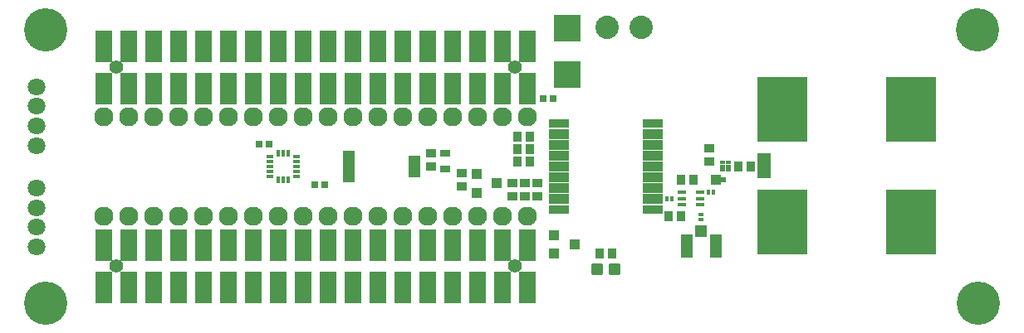
<source format=gts>
G75*
%MOIN*%
%OFA0B0*%
%FSLAX25Y25*%
%IPPOS*%
%LPD*%
%AMOC8*
5,1,8,0,0,1.08239X$1,22.5*
%
%ADD10R,0.02769X0.01784*%
%ADD11R,0.01784X0.02769*%
%ADD12R,0.02769X0.02769*%
%ADD13R,0.04300X0.03900*%
%ADD14C,0.09400*%
%ADD15R,0.10800X0.10800*%
%ADD16C,0.07700*%
%ADD17R,0.06800X0.12800*%
%ADD18C,0.05524*%
%ADD19C,0.01421*%
%ADD20R,0.03556X0.04343*%
%ADD21R,0.04343X0.03556*%
%ADD22R,0.07887X0.03556*%
%ADD23R,0.07887X0.03950*%
%ADD24R,0.04737X0.04934*%
%ADD25R,0.04934X0.09461*%
%ADD26R,0.03950X0.03162*%
%ADD27R,0.05524X0.09855*%
%ADD28R,0.20485X0.26391*%
%ADD29C,0.07099*%
%ADD30R,0.04737X0.08674*%
%ADD31R,0.05131X0.12611*%
%ADD32R,0.04343X0.03950*%
%ADD33R,0.03543X0.01772*%
%ADD34R,0.02178X0.02473*%
%ADD35R,0.02126X0.01339*%
%ADD36R,0.01784X0.02178*%
%ADD37R,0.02178X0.01784*%
%ADD38C,0.17398*%
D10*
X0135595Y0125191D03*
X0135595Y0127159D03*
X0135595Y0129128D03*
X0135595Y0131096D03*
X0135595Y0133065D03*
X0146225Y0133065D03*
X0146225Y0131096D03*
X0146225Y0129128D03*
X0146225Y0127159D03*
X0146225Y0125191D03*
D11*
X0142879Y0123813D03*
X0140910Y0123813D03*
X0138942Y0123813D03*
X0138942Y0134443D03*
X0140910Y0134443D03*
X0142879Y0134443D03*
D12*
X0135253Y0137990D03*
X0131253Y0137990D03*
X0153430Y0121962D03*
X0157430Y0121962D03*
X0245245Y0156592D03*
X0249245Y0156592D03*
D13*
X0218422Y0126189D03*
X0226422Y0122389D03*
X0218422Y0118589D03*
D14*
X0270863Y0185293D03*
X0284642Y0185293D03*
D15*
X0254839Y0184673D03*
X0254839Y0166173D03*
D16*
X0238934Y0149128D03*
X0228934Y0149128D03*
X0218934Y0149128D03*
X0208934Y0149128D03*
X0198934Y0149128D03*
X0188934Y0149128D03*
X0178934Y0149128D03*
X0168934Y0149128D03*
X0158934Y0149128D03*
X0148934Y0149128D03*
X0138934Y0149128D03*
X0128934Y0149128D03*
X0118934Y0149128D03*
X0108934Y0149128D03*
X0098934Y0149128D03*
X0088934Y0149128D03*
X0078934Y0149128D03*
X0068934Y0149128D03*
X0068934Y0109128D03*
X0078934Y0109128D03*
X0088934Y0109128D03*
X0098934Y0109128D03*
X0108934Y0109128D03*
X0118934Y0109128D03*
X0128934Y0109128D03*
X0138934Y0109128D03*
X0148934Y0109128D03*
X0158934Y0109128D03*
X0168934Y0109128D03*
X0178934Y0109128D03*
X0188934Y0109128D03*
X0198934Y0109128D03*
X0208934Y0109128D03*
X0218934Y0109128D03*
X0228934Y0109128D03*
X0238934Y0109128D03*
D17*
X0238934Y0097628D03*
X0228934Y0097628D03*
X0218934Y0097628D03*
X0208934Y0097628D03*
X0198934Y0097628D03*
X0188934Y0097628D03*
X0178934Y0097628D03*
X0168934Y0097628D03*
X0158934Y0097628D03*
X0148934Y0097628D03*
X0138934Y0097628D03*
X0128934Y0097628D03*
X0118934Y0097628D03*
X0108934Y0097628D03*
X0098934Y0097628D03*
X0088934Y0097628D03*
X0078934Y0097628D03*
X0068934Y0097628D03*
X0068934Y0080628D03*
X0078934Y0080628D03*
X0088934Y0080628D03*
X0098934Y0080628D03*
X0108934Y0080628D03*
X0118934Y0080628D03*
X0128934Y0080628D03*
X0138934Y0080628D03*
X0148934Y0080628D03*
X0158934Y0080628D03*
X0168934Y0080628D03*
X0178934Y0080628D03*
X0188934Y0080628D03*
X0198934Y0080628D03*
X0208934Y0080628D03*
X0218934Y0080628D03*
X0228934Y0080628D03*
X0238934Y0080628D03*
X0238934Y0160628D03*
X0228934Y0160628D03*
X0218934Y0160628D03*
X0208934Y0160628D03*
X0198934Y0160628D03*
X0188934Y0160628D03*
X0178934Y0160628D03*
X0168934Y0160628D03*
X0158934Y0160628D03*
X0148934Y0160628D03*
X0138934Y0160628D03*
X0128934Y0160628D03*
X0118934Y0160628D03*
X0108934Y0160628D03*
X0098934Y0160628D03*
X0088934Y0160628D03*
X0078934Y0160628D03*
X0068934Y0160628D03*
X0068934Y0177628D03*
X0078934Y0177628D03*
X0088934Y0177628D03*
X0098934Y0177628D03*
X0108934Y0177628D03*
X0118934Y0177628D03*
X0128934Y0177628D03*
X0138934Y0177628D03*
X0148934Y0177628D03*
X0158934Y0177628D03*
X0168934Y0177628D03*
X0178934Y0177628D03*
X0188934Y0177628D03*
X0198934Y0177628D03*
X0208934Y0177628D03*
X0218934Y0177628D03*
X0228934Y0177628D03*
X0238934Y0177628D03*
D18*
X0233934Y0169128D03*
X0233934Y0089128D03*
X0073934Y0089128D03*
X0073934Y0169128D03*
D19*
X0268631Y0089451D02*
X0268631Y0086135D01*
X0265315Y0086135D01*
X0265315Y0089451D01*
X0268631Y0089451D01*
X0268631Y0087555D02*
X0265315Y0087555D01*
X0265315Y0088975D02*
X0268631Y0088975D01*
X0275537Y0089451D02*
X0275537Y0086135D01*
X0272221Y0086135D01*
X0272221Y0089451D01*
X0275537Y0089451D01*
X0275537Y0087555D02*
X0272221Y0087555D01*
X0272221Y0088975D02*
X0275537Y0088975D01*
D20*
X0272977Y0094293D03*
X0267859Y0094293D03*
X0295363Y0109293D03*
X0300481Y0109293D03*
X0300363Y0123793D03*
X0305481Y0123793D03*
X0323363Y0129293D03*
X0328481Y0129293D03*
X0239981Y0131289D03*
X0234863Y0131289D03*
X0234863Y0136297D03*
X0239981Y0136297D03*
X0239981Y0141297D03*
X0234863Y0141297D03*
D21*
X0212422Y0126348D03*
X0212422Y0121230D03*
X0200087Y0129210D03*
X0200087Y0134328D03*
X0232926Y0122352D03*
X0237922Y0122352D03*
X0242926Y0122352D03*
X0242926Y0117234D03*
X0237922Y0117234D03*
X0232926Y0117234D03*
X0311922Y0131234D03*
X0311922Y0136352D03*
D22*
X0289040Y0146557D03*
X0251638Y0146557D03*
X0251638Y0111911D03*
X0289040Y0111911D03*
D23*
X0289040Y0116242D03*
X0289040Y0120573D03*
X0289040Y0124903D03*
X0289040Y0129234D03*
X0289040Y0133565D03*
X0289040Y0137895D03*
X0289040Y0142226D03*
X0251638Y0142226D03*
X0251638Y0137895D03*
X0251638Y0133565D03*
X0251638Y0129234D03*
X0251638Y0124903D03*
X0251638Y0120573D03*
X0251638Y0116242D03*
D24*
X0308572Y0103311D03*
D25*
X0314379Y0097297D03*
X0302764Y0097297D03*
D26*
X0205757Y0128120D03*
X0205757Y0134419D03*
D27*
X0333808Y0129403D03*
D28*
X0341288Y0152041D03*
X0392863Y0152041D03*
X0392863Y0106765D03*
X0341288Y0106765D03*
D29*
X0041926Y0104655D03*
X0041926Y0096781D03*
X0041926Y0112529D03*
X0041926Y0120403D03*
X0041926Y0137600D03*
X0041926Y0145474D03*
X0041926Y0153348D03*
X0041926Y0161222D03*
D30*
X0193420Y0129128D03*
D31*
X0167042Y0129128D03*
D32*
X0249481Y0101533D03*
X0257749Y0097793D03*
X0249481Y0094053D03*
D33*
X0300682Y0113734D03*
X0300682Y0116293D03*
X0300682Y0118852D03*
X0308162Y0118852D03*
X0308162Y0116293D03*
X0308162Y0113734D03*
D34*
X0313453Y0122661D03*
X0315422Y0122661D03*
X0315422Y0124925D03*
X0313453Y0124925D03*
X0317390Y0123793D03*
D35*
X0317241Y0127718D03*
X0317241Y0129293D03*
X0317241Y0130868D03*
X0319603Y0130868D03*
X0319603Y0129293D03*
X0319603Y0127718D03*
D36*
X0313406Y0118843D03*
X0311438Y0118843D03*
X0296906Y0116293D03*
X0294938Y0116293D03*
D37*
X0308422Y0109777D03*
X0308422Y0107809D03*
D38*
X0045666Y0074041D03*
X0045666Y0184277D03*
X0419646Y0184277D03*
X0419682Y0074041D03*
M02*

</source>
